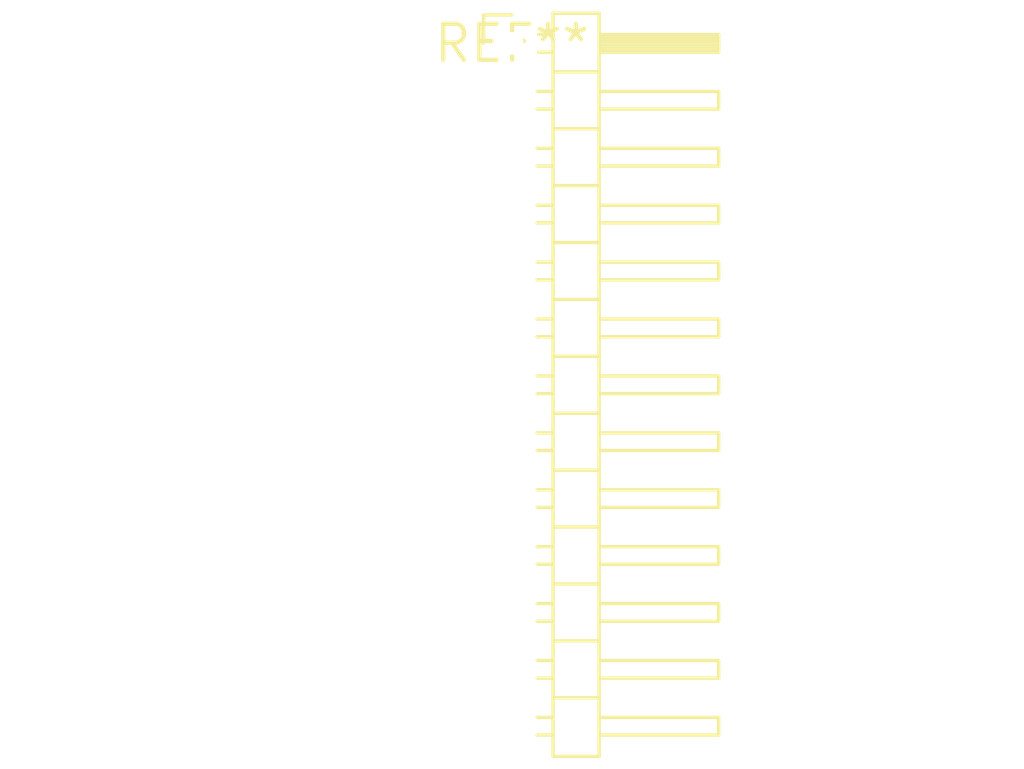
<source format=kicad_pcb>
(kicad_pcb (version 20240108) (generator pcbnew)
  (layers (0 "F.Cu" signal) (31 "B.Cu" signal) (34 "B.Paste" user) (35 "F.Paste" user) (36 "B.SilkS" user "B.Silkscreen") (37 "F.SilkS" user "F.Silkscreen") (38 "B.Mask" user) (39 "F.Mask" user) (44 "Edge.Cuts" user))
  (net 0 "")
  (footprint "PinHeader_1x13_P2.00mm_Horizontal" (layer "F.Cu") (at 0 0)
    (property "Reference" "REF**")
    (property "Value" "PinHeader_1x13_P2.00mm_Horizontal")
    (fp_line (start -1 -1) (end 0 -1) (layer "F.SilkS") (stroke (width 0.12)))
    (fp_line (start -1 0) (end -1 -1) (layer "F.SilkS") (stroke (width 0.12)))
    (fp_line (start 0.882114 1.69) (end 1.44 1.69) (layer "F.SilkS") (stroke (width 0.12)))
    (fp_line (start 0.882114 2.31) (end 1.44 2.31) (layer "F.SilkS") (stroke (width 0.12)))
    (fp_line (start 0.882114 3.69) (end 1.44 3.69) (layer "F.SilkS") (stroke (width 0.12)))
    (fp_line (start 0.882114 4.31) (end 1.44 4.31) (layer "F.SilkS") (stroke (width 0.12)))
    (fp_line (start 0.882114 5.69) (end 1.44 5.69) (layer "F.SilkS") (stroke (width 0.12)))
    (fp_line (start 0.882114 6.31) (end 1.44 6.31) (layer "F.SilkS") (stroke (width 0.12)))
    (fp_line (start 0.882114 7.69) (end 1.44 7.69) (layer "F.SilkS") (stroke (width 0.12)))
    (fp_line (start 0.882114 8.31) (end 1.44 8.31) (layer "F.SilkS") (stroke (width 0.12)))
    (fp_line (start 0.882114 9.69) (end 1.44 9.69) (layer "F.SilkS") (stroke (width 0.12)))
    (fp_line (start 0.882114 10.31) (end 1.44 10.31) (layer "F.SilkS") (stroke (width 0.12)))
    (fp_line (start 0.882114 11.69) (end 1.44 11.69) (layer "F.SilkS") (stroke (width 0.12)))
    (fp_line (start 0.882114 12.31) (end 1.44 12.31) (layer "F.SilkS") (stroke (width 0.12)))
    (fp_line (start 0.882114 13.69) (end 1.44 13.69) (layer "F.SilkS") (stroke (width 0.12)))
    (fp_line (start 0.882114 14.31) (end 1.44 14.31) (layer "F.SilkS") (stroke (width 0.12)))
    (fp_line (start 0.882114 15.69) (end 1.44 15.69) (layer "F.SilkS") (stroke (width 0.12)))
    (fp_line (start 0.882114 16.31) (end 1.44 16.31) (layer "F.SilkS") (stroke (width 0.12)))
    (fp_line (start 0.882114 17.69) (end 1.44 17.69) (layer "F.SilkS") (stroke (width 0.12)))
    (fp_line (start 0.882114 18.31) (end 1.44 18.31) (layer "F.SilkS") (stroke (width 0.12)))
    (fp_line (start 0.882114 19.69) (end 1.44 19.69) (layer "F.SilkS") (stroke (width 0.12)))
    (fp_line (start 0.882114 20.31) (end 1.44 20.31) (layer "F.SilkS") (stroke (width 0.12)))
    (fp_line (start 0.882114 21.69) (end 1.44 21.69) (layer "F.SilkS") (stroke (width 0.12)))
    (fp_line (start 0.882114 22.31) (end 1.44 22.31) (layer "F.SilkS") (stroke (width 0.12)))
    (fp_line (start 0.882114 23.69) (end 1.44 23.69) (layer "F.SilkS") (stroke (width 0.12)))
    (fp_line (start 0.882114 24.31) (end 1.44 24.31) (layer "F.SilkS") (stroke (width 0.12)))
    (fp_line (start 0.935 -0.31) (end 1.44 -0.31) (layer "F.SilkS") (stroke (width 0.12)))
    (fp_line (start 0.935 0.31) (end 1.44 0.31) (layer "F.SilkS") (stroke (width 0.12)))
    (fp_line (start 1.44 -1.06) (end 1.44 25.06) (layer "F.SilkS") (stroke (width 0.12)))
    (fp_line (start 1.44 1) (end 3.06 1) (layer "F.SilkS") (stroke (width 0.12)))
    (fp_line (start 1.44 3) (end 3.06 3) (layer "F.SilkS") (stroke (width 0.12)))
    (fp_line (start 1.44 5) (end 3.06 5) (layer "F.SilkS") (stroke (width 0.12)))
    (fp_line (start 1.44 7) (end 3.06 7) (layer "F.SilkS") (stroke (width 0.12)))
    (fp_line (start 1.44 9) (end 3.06 9) (layer "F.SilkS") (stroke (width 0.12)))
    (fp_line (start 1.44 11) (end 3.06 11) (layer "F.SilkS") (stroke (width 0.12)))
    (fp_line (start 1.44 13) (end 3.06 13) (layer "F.SilkS") (stroke (width 0.12)))
    (fp_line (start 1.44 15) (end 3.06 15) (layer "F.SilkS") (stroke (width 0.12)))
    (fp_line (start 1.44 17) (end 3.06 17) (layer "F.SilkS") (stroke (width 0.12)))
    (fp_line (start 1.44 19) (end 3.06 19) (layer "F.SilkS") (stroke (width 0.12)))
    (fp_line (start 1.44 21) (end 3.06 21) (layer "F.SilkS") (stroke (width 0.12)))
    (fp_line (start 1.44 23) (end 3.06 23) (layer "F.SilkS") (stroke (width 0.12)))
    (fp_line (start 1.44 25.06) (end 3.06 25.06) (layer "F.SilkS") (stroke (width 0.12)))
    (fp_line (start 3.06 -1.06) (end 1.44 -1.06) (layer "F.SilkS") (stroke (width 0.12)))
    (fp_line (start 3.06 -0.31) (end 7.26 -0.31) (layer "F.SilkS") (stroke (width 0.12)))
    (fp_line (start 3.06 -0.25) (end 7.26 -0.25) (layer "F.SilkS") (stroke (width 0.12)))
    (fp_line (start 3.06 -0.13) (end 7.26 -0.13) (layer "F.SilkS") (stroke (width 0.12)))
    (fp_line (start 3.06 -0.01) (end 7.26 -0.01) (layer "F.SilkS") (stroke (width 0.12)))
    (fp_line (start 3.06 0.11) (end 7.26 0.11) (layer "F.SilkS") (stroke (width 0.12)))
    (fp_line (start 3.06 0.23) (end 7.26 0.23) (layer "F.SilkS") (stroke (width 0.12)))
    (fp_line (start 3.06 1.69) (end 7.26 1.69) (layer "F.SilkS") (stroke (width 0.12)))
    (fp_line (start 3.06 3.69) (end 7.26 3.69) (layer "F.SilkS") (stroke (width 0.12)))
    (fp_line (start 3.06 5.69) (end 7.26 5.69) (layer "F.SilkS") (stroke (width 0.12)))
    (fp_line (start 3.06 7.69) (end 7.26 7.69) (layer "F.SilkS") (stroke (width 0.12)))
    (fp_line (start 3.06 9.69) (end 7.26 9.69) (layer "F.SilkS") (stroke (width 0.12)))
    (fp_line (start 3.06 11.69) (end 7.26 11.69) (layer "F.SilkS") (stroke (width 0.12)))
    (fp_line (start 3.06 13.69) (end 7.26 13.69) (layer "F.SilkS") (stroke (width 0.12)))
    (fp_line (start 3.06 15.69) (end 7.26 15.69) (layer "F.SilkS") (stroke (width 0.12)))
    (fp_line (start 3.06 17.69) (end 7.26 17.69) (layer "F.SilkS") (stroke (width 0.12)))
    (fp_line (start 3.06 19.69) (end 7.26 19.69) (layer "F.SilkS") (stroke (width 0.12)))
    (fp_line (start 3.06 21.69) (end 7.26 21.69) (layer "F.SilkS") (stroke (width 0.12)))
    (fp_line (start 3.06 23.69) (end 7.26 23.69) (layer "F.SilkS") (stroke (width 0.12)))
    (fp_line (start 3.06 25.06) (end 3.06 -1.06) (layer "F.SilkS") (stroke (width 0.12)))
    (fp_line (start 7.26 -0.31) (end 7.26 0.31) (layer "F.SilkS") (stroke (width 0.12)))
    (fp_line (start 7.26 0.31) (end 3.06 0.31) (layer "F.SilkS") (stroke (width 0.12)))
    (fp_line (start 7.26 1.69) (end 7.26 2.31) (layer "F.SilkS") (stroke (width 0.12)))
    (fp_line (start 7.26 2.31) (end 3.06 2.31) (layer "F.SilkS") (stroke (width 0.12)))
    (fp_line (start 7.26 3.69) (end 7.26 4.31) (layer "F.SilkS") (stroke (width 0.12)))
    (fp_line (start 7.26 4.31) (end 3.06 4.31) (layer "F.SilkS") (stroke (width 0.12)))
    (fp_line (start 7.26 5.69) (end 7.26 6.31) (layer "F.SilkS") (stroke (width 0.12)))
    (fp_line (start 7.26 6.31) (end 3.06 6.31) (layer "F.SilkS") (stroke (width 0.12)))
    (fp_line (start 7.26 7.69) (end 7.26 8.31) (layer "F.SilkS") (stroke (width 0.12)))
    (fp_line (start 7.26 8.31) (end 3.06 8.31) (layer "F.SilkS") (stroke (width 0.12)))
    (fp_line (start 7.26 9.69) (end 7.26 10.31) (layer "F.SilkS") (stroke (width 0.12)))
    (fp_line (start 7.26 10.31) (end 3.06 10.31) (layer "F.SilkS") (stroke (width 0.12)))
    (fp_line (start 7.26 11.69) (end 7.26 12.31) (layer "F.SilkS") (stroke (width 0.12)))
    (fp_line (start 7.26 12.31) (end 3.06 12.31) (layer "F.SilkS") (stroke (width 0.12)))
    (fp_line (start 7.26 13.69) (end 7.26 14.31) (layer "F.SilkS") (stroke (width 0.12)))
    (fp_line (start 7.26 14.31) (end 3.06 14.31) (layer "F.SilkS") (stroke (width 0.12)))
    (fp_line (start 7.26 15.69) (end 7.26 16.31) (layer "F.SilkS") (stroke (width 0.12)))
    (fp_line (start 7.26 16.31) (end 3.06 16.31) (layer "F.SilkS") (stroke (width 0.12)))
    (fp_line (start 7.26 17.69) (end 7.26 18.31) (layer "F.SilkS") (stroke (width 0.12)))
    (fp_line (start 7.26 18.31) (end 3.06 18.31) (layer "F.SilkS") (stroke (width 0.12)))
    (fp_line (start 7.26 19.69) (end 7.26 20.31) (layer "F.SilkS") (stroke (width 0.12)))
    (fp_line (start 7.26 20.31) (end 3.06 20.31) (layer "F.SilkS") (stroke (width 0.12)))
    (fp_line (start 7.26 21.69) (end 7.26 22.31) (layer "F.SilkS") (stroke (width 0.12)))
    (fp_line (start 7.26 22.31) (end 3.06 22.31) (layer "F.SilkS") (stroke (width 0.12)))
    (fp_line (start 7.26 23.69) (end 7.26 24.31) (layer "F.SilkS") (stroke (width 0.12)))
    (fp_line (start 7.26 24.31) (end 3.06 24.31) (layer "F.SilkS") (stroke (width 0.12)))
    (pad "1" thru_hole rect (at 0 0) (size 1.35 1.35) (drill 0.8) (layers *.Cu *.Mask) (remove_unused_layers))
    (pad "2" thru_hole oval (at 0 2) (size 1.35 1.35) (drill 0.8) (layers *.Cu *.Mask) (remove_unused_layers))
    (pad "3" thru_hole oval (at 0 4) (size 1.35 1.35) (drill 0.8) (layers *.Cu *.Mask) (remove_unused_layers))
    (pad "4" thru_hole oval (at 0 6) (size 1.35 1.35) (drill 0.8) (layers *.Cu *.Mask) (remove_unused_layers))
    (pad "5" thru_hole oval (at 0 8) (size 1.35 1.35) (drill 0.8) (layers *.Cu *.Mask) (remove_unused_layers))
    (pad "6" thru_hole oval (at 0 10) (size 1.35 1.35) (drill 0.8) (layers *.Cu *.Mask) (remove_unused_layers))
    (pad "7" thru_hole oval (at 0 12) (size 1.35 1.35) (drill 0.8) (layers *.Cu *.Mask) (remove_unused_layers))
    (pad "8" thru_hole oval (at 0 14) (size 1.35 1.35) (drill 0.8) (layers *.Cu *.Mask) (remove_unused_layers))
    (pad "9" thru_hole oval (at 0 16) (size 1.35 1.35) (drill 0.8) (layers *.Cu *.Mask) (remove_unused_layers))
    (pad "10" thru_hole oval (at 0 18) (size 1.35 1.35) (drill 0.8) (layers *.Cu *.Mask) (remove_unused_layers))
    (pad "11" thru_hole oval (at 0 20) (size 1.35 1.35) (drill 0.8) (layers *.Cu *.Mask) (remove_unused_layers))
    (pad "12" thru_hole oval (at 0 22) (size 1.35 1.35) (drill 0.8) (layers *.Cu *.Mask) (remove_unused_layers))
    (pad "13" thru_hole oval (at 0 24) (size 1.35 1.35) (drill 0.8) (layers *.Cu *.Mask) (remove_unused_layers))
  )
)
</source>
